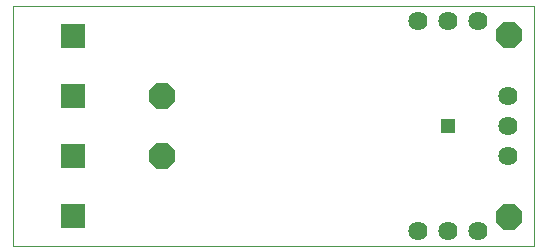
<source format=gts>
G75*
%MOIN*%
%OFA0B0*%
%FSLAX25Y25*%
%IPPOS*%
%LPD*%
%AMOC8*
5,1,8,0,0,1.08239X$1,22.5*
%
%ADD10C,0.00000*%
%ADD11R,0.07887X0.07887*%
%ADD12OC8,0.08674*%
%ADD13C,0.06400*%
%ADD14R,0.04762X0.04762*%
D10*
X0001250Y0001250D02*
X0001250Y0081211D01*
X0174951Y0081211D01*
X0174951Y0001250D01*
X0001250Y0001250D01*
D11*
X0021250Y0011250D03*
X0021250Y0031250D03*
X0021250Y0051250D03*
X0021250Y0071250D03*
D12*
X0050876Y0051093D03*
X0050876Y0031407D03*
X0166624Y0010935D03*
X0166624Y0071565D03*
D13*
X0156250Y0076250D03*
X0146250Y0076250D03*
X0136250Y0076250D03*
X0166250Y0051250D03*
X0166250Y0041250D03*
X0166250Y0031250D03*
X0156250Y0006250D03*
X0146250Y0006250D03*
X0136250Y0006250D03*
D14*
X0146250Y0041250D03*
M02*

</source>
